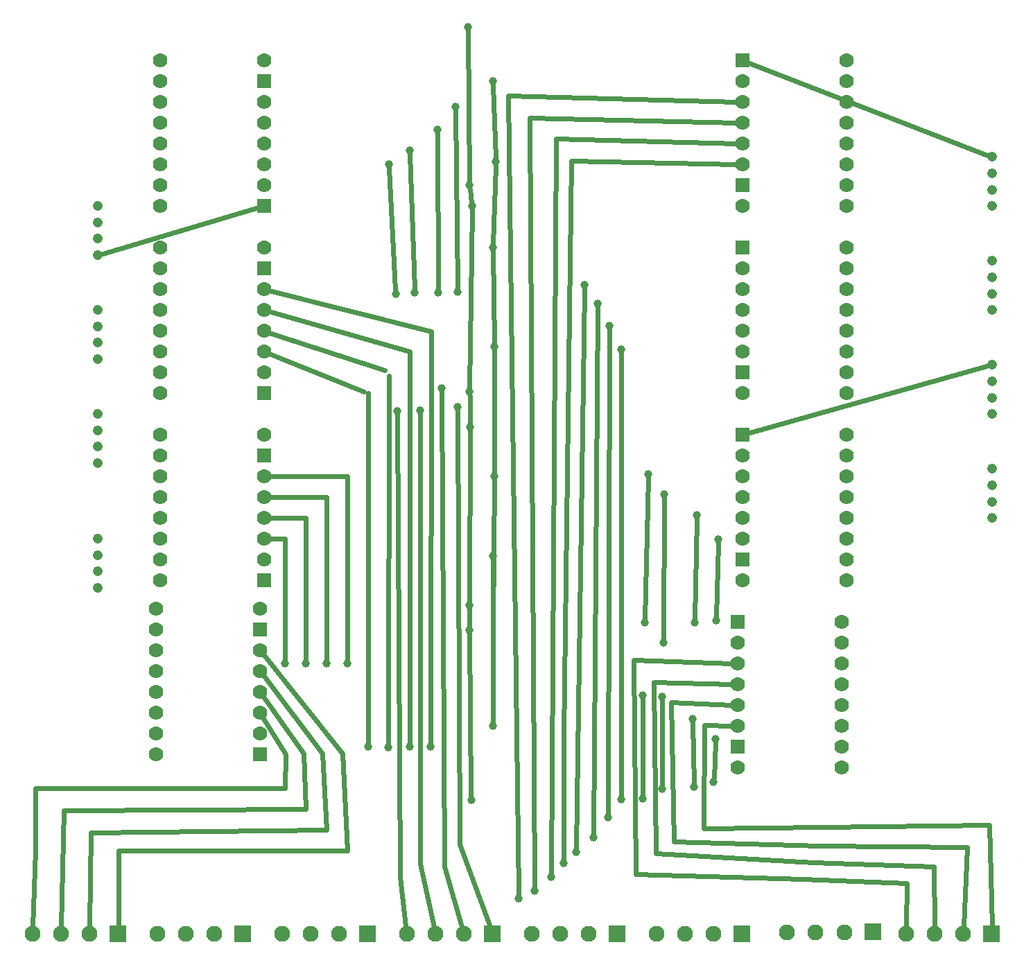
<source format=gtl>
G04 MADE WITH FRITZING*
G04 WWW.FRITZING.ORG*
G04 DOUBLE SIDED*
G04 HOLES PLATED*
G04 CONTOUR ON CENTER OF CONTOUR VECTOR*
%ASAXBY*%
%FSLAX23Y23*%
%MOIN*%
%OFA0B0*%
%SFA1.0B1.0*%
%ADD10C,0.047559*%
%ADD11C,0.076139*%
%ADD12C,0.070000*%
%ADD13C,0.039370*%
%ADD14R,0.070000X0.070000*%
%ADD15C,0.024000*%
%ADD16R,0.001000X0.001000*%
%LNCOPPER1*%
G90*
G70*
G54D10*
X453Y4094D03*
X453Y4015D03*
X453Y3936D03*
X453Y3857D03*
X453Y4094D03*
X453Y4015D03*
X453Y3936D03*
X453Y3857D03*
X453Y4094D03*
X453Y4015D03*
X453Y3936D03*
X453Y3857D03*
G54D11*
X2353Y594D03*
X2216Y594D03*
X2078Y594D03*
X1940Y594D03*
X2353Y594D03*
X2216Y594D03*
X2078Y594D03*
X1940Y594D03*
G54D12*
X753Y3894D03*
X1253Y3894D03*
X753Y3794D03*
X1253Y3794D03*
X753Y3694D03*
X1253Y3694D03*
X753Y3594D03*
X1253Y3594D03*
X753Y3494D03*
X1253Y3494D03*
X753Y3394D03*
X1253Y3394D03*
X753Y3294D03*
X1253Y3294D03*
X753Y3194D03*
X1253Y3194D03*
G54D10*
X453Y3594D03*
X453Y3515D03*
X453Y3436D03*
X453Y3357D03*
X453Y3594D03*
X453Y3515D03*
X453Y3436D03*
X453Y3357D03*
X453Y3594D03*
X453Y3515D03*
X453Y3436D03*
X453Y3357D03*
G54D11*
X1753Y594D03*
X1616Y594D03*
X1478Y594D03*
X1340Y594D03*
X1753Y594D03*
X1616Y594D03*
X1478Y594D03*
X1340Y594D03*
G54D12*
X4053Y3194D03*
X3553Y3194D03*
X4053Y3294D03*
X3553Y3294D03*
X4053Y3394D03*
X3553Y3394D03*
X4053Y3494D03*
X3553Y3494D03*
X4053Y3594D03*
X3553Y3594D03*
X4053Y3694D03*
X3553Y3694D03*
X4053Y3794D03*
X3553Y3794D03*
X4053Y3894D03*
X3553Y3894D03*
X4053Y4093D03*
X3553Y4093D03*
X4053Y4194D03*
X3553Y4194D03*
X4053Y4294D03*
X3553Y4294D03*
X4053Y4394D03*
X3553Y4394D03*
X4053Y4494D03*
X3553Y4494D03*
X4053Y4594D03*
X3553Y4594D03*
X4053Y4694D03*
X3553Y4694D03*
X4053Y4794D03*
X3553Y4794D03*
G54D10*
X4753Y4093D03*
X4753Y4172D03*
X4753Y4251D03*
X4753Y4330D03*
X4753Y4093D03*
X4753Y4172D03*
X4753Y4251D03*
X4753Y4330D03*
X4753Y4093D03*
X4753Y4172D03*
X4753Y4251D03*
X4753Y4330D03*
X4753Y3594D03*
X4753Y3672D03*
X4753Y3751D03*
X4753Y3830D03*
X4753Y3594D03*
X4753Y3672D03*
X4753Y3751D03*
X4753Y3830D03*
X4753Y3594D03*
X4753Y3672D03*
X4753Y3751D03*
X4753Y3830D03*
G54D11*
X2953Y594D03*
X2816Y594D03*
X2678Y594D03*
X2540Y594D03*
X2953Y594D03*
X2816Y594D03*
X2678Y594D03*
X2540Y594D03*
X3553Y594D03*
X3416Y594D03*
X3278Y594D03*
X3140Y594D03*
X3553Y594D03*
X3416Y594D03*
X3278Y594D03*
X3140Y594D03*
G54D12*
X735Y2156D03*
X1235Y2156D03*
X735Y2056D03*
X1235Y2056D03*
X735Y1956D03*
X1235Y1956D03*
X735Y1856D03*
X1235Y1856D03*
X735Y1756D03*
X1235Y1756D03*
X735Y1656D03*
X1235Y1656D03*
X735Y1556D03*
X1235Y1556D03*
X735Y1456D03*
X1235Y1456D03*
X4031Y1393D03*
X3531Y1393D03*
X4031Y1493D03*
X3531Y1493D03*
X4031Y1593D03*
X3531Y1593D03*
X4031Y1693D03*
X3531Y1693D03*
X4031Y1793D03*
X3531Y1793D03*
X4031Y1893D03*
X3531Y1893D03*
X4031Y1993D03*
X3531Y1993D03*
X4031Y2093D03*
X3531Y2093D03*
X4053Y2293D03*
X3553Y2293D03*
X4053Y2393D03*
X3553Y2393D03*
X4053Y2493D03*
X3553Y2493D03*
X4053Y2593D03*
X3553Y2593D03*
X4053Y2693D03*
X3553Y2693D03*
X4053Y2793D03*
X3553Y2793D03*
X4053Y2893D03*
X3553Y2893D03*
X4053Y2993D03*
X3553Y2993D03*
X753Y2993D03*
X1253Y2993D03*
X753Y2893D03*
X1253Y2893D03*
X753Y2793D03*
X1253Y2793D03*
X753Y2693D03*
X1253Y2693D03*
X753Y2593D03*
X1253Y2593D03*
X753Y2493D03*
X1253Y2493D03*
X753Y2393D03*
X1253Y2393D03*
X753Y2293D03*
X1253Y2293D03*
G54D10*
X453Y3094D03*
X453Y3015D03*
X453Y2936D03*
X453Y2857D03*
X453Y3094D03*
X453Y3015D03*
X453Y2936D03*
X453Y2857D03*
X453Y3094D03*
X453Y3015D03*
X453Y2936D03*
X453Y2857D03*
X453Y2493D03*
X453Y2415D03*
X453Y2336D03*
X453Y2257D03*
X453Y2493D03*
X453Y2415D03*
X453Y2336D03*
X453Y2257D03*
X453Y2493D03*
X453Y2415D03*
X453Y2336D03*
X453Y2257D03*
X4753Y3094D03*
X4753Y3172D03*
X4753Y3251D03*
X4753Y3330D03*
X4753Y3094D03*
X4753Y3172D03*
X4753Y3251D03*
X4753Y3330D03*
X4753Y3094D03*
X4753Y3172D03*
X4753Y3251D03*
X4753Y3330D03*
X4753Y2593D03*
X4753Y2672D03*
X4753Y2751D03*
X4753Y2830D03*
X4753Y2593D03*
X4753Y2672D03*
X4753Y2751D03*
X4753Y2830D03*
X4753Y2593D03*
X4753Y2672D03*
X4753Y2751D03*
X4753Y2830D03*
G54D11*
X4753Y594D03*
X4616Y594D03*
X4478Y594D03*
X4340Y594D03*
X4753Y594D03*
X4616Y594D03*
X4478Y594D03*
X4340Y594D03*
X1153Y594D03*
X1016Y594D03*
X878Y594D03*
X740Y594D03*
X1153Y594D03*
X1016Y594D03*
X878Y594D03*
X740Y594D03*
X553Y594D03*
X416Y594D03*
X278Y594D03*
X140Y594D03*
X553Y594D03*
X416Y594D03*
X278Y594D03*
X140Y594D03*
X4181Y601D03*
X4043Y601D03*
X3905Y601D03*
X3767Y601D03*
X4181Y601D03*
X4043Y601D03*
X3905Y601D03*
X3767Y601D03*
G54D12*
X753Y4793D03*
X1253Y4793D03*
X753Y4693D03*
X1253Y4693D03*
X753Y4593D03*
X1253Y4593D03*
X753Y4493D03*
X1253Y4493D03*
X753Y4393D03*
X1253Y4393D03*
X753Y4293D03*
X1253Y4293D03*
X753Y4193D03*
X1253Y4193D03*
X753Y4093D03*
X1253Y4093D03*
G54D13*
X1353Y1893D03*
X1453Y1893D03*
X1553Y1893D03*
X1653Y1893D03*
X2253Y4093D03*
X2353Y3893D03*
X2235Y4953D03*
X2353Y4693D03*
X2242Y4193D03*
X2368Y4308D03*
X2361Y3419D03*
X2242Y3201D03*
X2246Y3031D03*
X2361Y2793D03*
X2242Y2175D03*
X2353Y2412D03*
X2240Y2055D03*
X2353Y1593D03*
X2250Y1238D03*
X1753Y1493D03*
X1850Y1490D03*
X1953Y1493D03*
X2053Y1493D03*
X1853Y4293D03*
X1953Y4360D03*
X2087Y4460D03*
X2176Y4571D03*
X1887Y3671D03*
X1979Y3679D03*
X2090Y3679D03*
X2183Y3682D03*
X1894Y3108D03*
X2005Y3112D03*
X2109Y3219D03*
X2183Y3127D03*
X3101Y2805D03*
X3083Y2090D03*
X3179Y2708D03*
X3176Y1993D03*
X3324Y2090D03*
X3335Y2606D03*
X3437Y2491D03*
X3427Y2101D03*
X2972Y3405D03*
X2913Y3518D03*
X2857Y3625D03*
X2794Y3714D03*
X2970Y1242D03*
X3423Y1532D03*
X3416Y1324D03*
X3316Y1627D03*
X3322Y1300D03*
X2909Y1155D03*
X2837Y1056D03*
X2753Y988D03*
X2694Y934D03*
X2635Y868D03*
X2553Y801D03*
X2479Y764D03*
X3168Y1734D03*
X3168Y1290D03*
X3076Y1742D03*
X3076Y1245D03*
G54D14*
X1253Y3194D03*
X1253Y3794D03*
X3553Y3894D03*
X3553Y3294D03*
X3553Y4794D03*
X3553Y4194D03*
X1235Y1456D03*
X1235Y2056D03*
X3531Y2093D03*
X3531Y1493D03*
X3553Y2994D03*
X3553Y2393D03*
X1253Y2293D03*
X1253Y2893D03*
X1253Y4093D03*
X1253Y4693D03*
G54D15*
X4729Y3323D02*
X3578Y3001D01*
D02*
X4730Y4339D02*
X3578Y4784D01*
D02*
X477Y3864D02*
X1228Y4086D01*
D02*
X2367Y4327D02*
X2354Y4675D01*
D02*
X2354Y3912D02*
X2367Y4289D01*
D02*
X2242Y4212D02*
X2235Y4934D01*
D02*
X2251Y4112D02*
X2244Y4175D01*
D02*
X2360Y3438D02*
X2354Y3875D01*
D02*
X2242Y3220D02*
X2253Y4075D01*
D02*
X2246Y3050D02*
X2243Y3182D01*
D02*
X2361Y2812D02*
X2361Y3400D01*
D02*
X2242Y2194D02*
X2246Y3012D01*
D02*
X2353Y2393D02*
X2353Y2090D01*
D02*
X2353Y2090D02*
X2361Y2775D01*
D02*
X2241Y2074D02*
X2242Y2156D01*
D02*
X2353Y1612D02*
X2353Y2393D01*
D02*
X2241Y2036D02*
X2249Y1257D01*
D02*
X2053Y1512D02*
X2057Y3490D01*
D02*
X2057Y3490D02*
X1279Y3687D01*
D02*
X1835Y3303D02*
X1278Y3485D01*
D02*
X1736Y3201D02*
X1278Y3384D01*
D02*
X1753Y1512D02*
X1753Y3194D01*
D02*
X1850Y1509D02*
X1853Y3278D01*
D02*
X1953Y3394D02*
X1278Y3586D01*
D02*
X1953Y1512D02*
X1953Y3394D01*
D02*
X1353Y2493D02*
X1279Y2493D01*
D02*
X1353Y1912D02*
X1353Y2493D01*
D02*
X1453Y2593D02*
X1279Y2593D01*
D02*
X1453Y1912D02*
X1453Y2593D01*
D02*
X1553Y1912D02*
X1553Y2693D01*
D02*
X1553Y2693D02*
X1279Y2693D01*
D02*
X1653Y2793D02*
X1279Y2793D01*
D02*
X1653Y1912D02*
X1653Y2793D01*
D02*
X1359Y1456D02*
X1249Y1634D01*
D02*
X141Y630D02*
X153Y993D01*
D02*
X1353Y1293D02*
X1359Y1456D01*
D02*
X153Y993D02*
X153Y1293D01*
D02*
X153Y1293D02*
X1353Y1293D01*
D02*
X1631Y1460D02*
X1251Y1936D01*
D02*
X553Y993D02*
X1653Y993D01*
D02*
X553Y630D02*
X553Y993D01*
D02*
X1653Y993D02*
X1631Y1460D01*
D02*
X420Y1082D02*
X1553Y1093D01*
D02*
X416Y630D02*
X420Y1082D01*
D02*
X1553Y1093D02*
X1533Y1462D01*
D02*
X1533Y1462D02*
X1251Y1836D01*
D02*
X290Y1186D02*
X1453Y1193D01*
D02*
X1444Y1460D02*
X1250Y1735D01*
D02*
X279Y630D02*
X290Y1186D01*
D02*
X1453Y1193D02*
X1444Y1460D01*
D02*
X1886Y3690D02*
X1854Y4275D01*
D02*
X1979Y3698D02*
X1954Y4341D01*
D02*
X2090Y3698D02*
X2087Y4441D01*
D02*
X2183Y3701D02*
X2176Y4552D01*
D02*
X1909Y868D02*
X1894Y3089D01*
D02*
X2003Y932D02*
X2005Y3093D01*
D02*
X2120Y916D02*
X2109Y3200D01*
D02*
X2194Y1023D02*
X2183Y3108D01*
D02*
X2341Y628D02*
X2194Y1023D01*
D02*
X2205Y629D02*
X2120Y916D01*
D02*
X2070Y629D02*
X2003Y932D01*
D02*
X1936Y630D02*
X1909Y868D01*
D02*
X3040Y882D02*
X3031Y1910D01*
D02*
X4346Y838D02*
X3846Y856D01*
D02*
X3031Y1910D02*
X3505Y1894D01*
D02*
X3846Y856D02*
X3040Y882D01*
D02*
X4341Y630D02*
X4346Y838D01*
D02*
X3138Y980D02*
X3127Y1805D01*
D02*
X3894Y938D02*
X3138Y980D01*
D02*
X3127Y1805D02*
X3505Y1794D01*
D02*
X4476Y916D02*
X3894Y938D01*
D02*
X4478Y630D02*
X4476Y916D01*
D02*
X3224Y1036D02*
X3211Y1707D01*
D02*
X4635Y1012D02*
X3924Y1019D01*
D02*
X3924Y1019D02*
X3224Y1036D01*
D02*
X3211Y1707D02*
X3505Y1695D01*
D02*
X4617Y630D02*
X4635Y1012D01*
D02*
X3368Y1101D02*
X3371Y1596D01*
D02*
X3939Y1108D02*
X3368Y1101D01*
D02*
X4742Y1119D02*
X3939Y1108D01*
D02*
X3371Y1596D02*
X3505Y1594D01*
D02*
X4753Y630D02*
X4742Y1119D01*
D02*
X3083Y2109D02*
X3101Y2786D01*
D02*
X3176Y2012D02*
X3179Y2689D01*
D02*
X3324Y2109D02*
X3334Y2587D01*
D02*
X3428Y2120D02*
X3437Y2472D01*
D02*
X2970Y1261D02*
X2972Y3386D01*
D02*
X3417Y1343D02*
X3423Y1513D01*
D02*
X3322Y1319D02*
X3316Y1608D01*
D02*
X2909Y1174D02*
X2913Y3499D01*
D02*
X2837Y1075D02*
X2857Y3606D01*
D02*
X2754Y1007D02*
X2794Y3695D01*
D02*
X2479Y783D02*
X2427Y4623D01*
D02*
X2427Y4623D02*
X3527Y4594D01*
D02*
X2553Y820D02*
X2531Y4519D01*
D02*
X2531Y4519D02*
X3527Y4494D01*
D02*
X2635Y887D02*
X2657Y4416D01*
D02*
X2657Y4416D02*
X3527Y4394D01*
D02*
X2694Y953D02*
X2694Y1549D01*
D02*
X2694Y1549D02*
X2724Y3838D01*
D02*
X2724Y3838D02*
X2731Y4312D01*
D02*
X2731Y4312D02*
X3527Y4294D01*
D02*
X3168Y1309D02*
X3168Y1715D01*
D02*
X3076Y1264D02*
X3076Y1723D01*
G54D16*
X4141Y642D02*
X4220Y642D01*
X4141Y641D02*
X4220Y641D01*
X4141Y640D02*
X4220Y640D01*
X4141Y639D02*
X4220Y639D01*
X4141Y638D02*
X4220Y638D01*
X4141Y637D02*
X4220Y637D01*
X4141Y636D02*
X4220Y636D01*
X4141Y635D02*
X4220Y635D01*
X513Y634D02*
X592Y634D01*
X1113Y634D02*
X1192Y634D01*
X1713Y634D02*
X1792Y634D01*
X2313Y634D02*
X2392Y634D01*
X2913Y634D02*
X2992Y634D01*
X3513Y634D02*
X3592Y634D01*
X4141Y634D02*
X4220Y634D01*
X4713Y634D02*
X4792Y634D01*
X513Y633D02*
X592Y633D01*
X1113Y633D02*
X1192Y633D01*
X1713Y633D02*
X1792Y633D01*
X2313Y633D02*
X2392Y633D01*
X2913Y633D02*
X2992Y633D01*
X3513Y633D02*
X3592Y633D01*
X4141Y633D02*
X4220Y633D01*
X4713Y633D02*
X4792Y633D01*
X513Y632D02*
X592Y632D01*
X1113Y632D02*
X1192Y632D01*
X1713Y632D02*
X1792Y632D01*
X2313Y632D02*
X2392Y632D01*
X2913Y632D02*
X2992Y632D01*
X3513Y632D02*
X3592Y632D01*
X4141Y632D02*
X4220Y632D01*
X4713Y632D02*
X4792Y632D01*
X513Y631D02*
X592Y631D01*
X1113Y631D02*
X1192Y631D01*
X1713Y631D02*
X1792Y631D01*
X2313Y631D02*
X2392Y631D01*
X2913Y631D02*
X2992Y631D01*
X3513Y631D02*
X3592Y631D01*
X4141Y631D02*
X4220Y631D01*
X4713Y631D02*
X4792Y631D01*
X513Y630D02*
X592Y630D01*
X1113Y630D02*
X1192Y630D01*
X1713Y630D02*
X1792Y630D01*
X2313Y630D02*
X2392Y630D01*
X2913Y630D02*
X2992Y630D01*
X3513Y630D02*
X3592Y630D01*
X4141Y630D02*
X4220Y630D01*
X4713Y630D02*
X4792Y630D01*
X513Y629D02*
X592Y629D01*
X1113Y629D02*
X1192Y629D01*
X1713Y629D02*
X1792Y629D01*
X2313Y629D02*
X2392Y629D01*
X2913Y629D02*
X2992Y629D01*
X3513Y629D02*
X3592Y629D01*
X4141Y629D02*
X4220Y629D01*
X4713Y629D02*
X4792Y629D01*
X513Y628D02*
X592Y628D01*
X1113Y628D02*
X1192Y628D01*
X1713Y628D02*
X1792Y628D01*
X2313Y628D02*
X2392Y628D01*
X2913Y628D02*
X2992Y628D01*
X3513Y628D02*
X3592Y628D01*
X4141Y628D02*
X4220Y628D01*
X4713Y628D02*
X4792Y628D01*
X513Y627D02*
X592Y627D01*
X1113Y627D02*
X1192Y627D01*
X1713Y627D02*
X1792Y627D01*
X2313Y627D02*
X2392Y627D01*
X2913Y627D02*
X2992Y627D01*
X3513Y627D02*
X3592Y627D01*
X4141Y627D02*
X4220Y627D01*
X4713Y627D02*
X4792Y627D01*
X513Y626D02*
X592Y626D01*
X1113Y626D02*
X1192Y626D01*
X1713Y626D02*
X1792Y626D01*
X2313Y626D02*
X2392Y626D01*
X2913Y626D02*
X2992Y626D01*
X3513Y626D02*
X3592Y626D01*
X4141Y626D02*
X4175Y626D01*
X4185Y626D02*
X4220Y626D01*
X4713Y626D02*
X4792Y626D01*
X513Y625D02*
X592Y625D01*
X1113Y625D02*
X1192Y625D01*
X1713Y625D02*
X1792Y625D01*
X2313Y625D02*
X2392Y625D01*
X2913Y625D02*
X2992Y625D01*
X3513Y625D02*
X3592Y625D01*
X4141Y625D02*
X4172Y625D01*
X4188Y625D02*
X4220Y625D01*
X4713Y625D02*
X4792Y625D01*
X513Y624D02*
X592Y624D01*
X1113Y624D02*
X1192Y624D01*
X1713Y624D02*
X1792Y624D01*
X2313Y624D02*
X2392Y624D01*
X2913Y624D02*
X2992Y624D01*
X3513Y624D02*
X3592Y624D01*
X4141Y624D02*
X4169Y624D01*
X4191Y624D02*
X4220Y624D01*
X4713Y624D02*
X4792Y624D01*
X513Y623D02*
X592Y623D01*
X1113Y623D02*
X1192Y623D01*
X1713Y623D02*
X1792Y623D01*
X2313Y623D02*
X2392Y623D01*
X2913Y623D02*
X2992Y623D01*
X3513Y623D02*
X3592Y623D01*
X4141Y623D02*
X4168Y623D01*
X4193Y623D02*
X4220Y623D01*
X4713Y623D02*
X4792Y623D01*
X513Y622D02*
X592Y622D01*
X1113Y622D02*
X1192Y622D01*
X1713Y622D02*
X1792Y622D01*
X2313Y622D02*
X2392Y622D01*
X2913Y622D02*
X2992Y622D01*
X3513Y622D02*
X3592Y622D01*
X4141Y622D02*
X4166Y622D01*
X4194Y622D02*
X4220Y622D01*
X4713Y622D02*
X4792Y622D01*
X513Y621D02*
X592Y621D01*
X1113Y621D02*
X1192Y621D01*
X1713Y621D02*
X1792Y621D01*
X2313Y621D02*
X2392Y621D01*
X2913Y621D02*
X2992Y621D01*
X3513Y621D02*
X3592Y621D01*
X4141Y621D02*
X4165Y621D01*
X4196Y621D02*
X4220Y621D01*
X4713Y621D02*
X4792Y621D01*
X513Y620D02*
X592Y620D01*
X1113Y620D02*
X1192Y620D01*
X1713Y620D02*
X1792Y620D01*
X2313Y620D02*
X2392Y620D01*
X2913Y620D02*
X2992Y620D01*
X3513Y620D02*
X3592Y620D01*
X4141Y620D02*
X4164Y620D01*
X4197Y620D02*
X4220Y620D01*
X4713Y620D02*
X4792Y620D01*
X513Y619D02*
X592Y619D01*
X1113Y619D02*
X1192Y619D01*
X1713Y619D02*
X1792Y619D01*
X2313Y619D02*
X2392Y619D01*
X2913Y619D02*
X2992Y619D01*
X3513Y619D02*
X3592Y619D01*
X4141Y619D02*
X4163Y619D01*
X4198Y619D02*
X4220Y619D01*
X4713Y619D02*
X4792Y619D01*
X513Y618D02*
X547Y618D01*
X558Y618D02*
X592Y618D01*
X1113Y618D02*
X1147Y618D01*
X1158Y618D02*
X1192Y618D01*
X1713Y618D02*
X1747Y618D01*
X1758Y618D02*
X1792Y618D01*
X2313Y618D02*
X2347Y618D01*
X2358Y618D02*
X2392Y618D01*
X2913Y618D02*
X2947Y618D01*
X2958Y618D02*
X2992Y618D01*
X3513Y618D02*
X3547Y618D01*
X3558Y618D02*
X3592Y618D01*
X4141Y618D02*
X4162Y618D01*
X4199Y618D02*
X4220Y618D01*
X4713Y618D02*
X4747Y618D01*
X4758Y618D02*
X4792Y618D01*
X513Y617D02*
X544Y617D01*
X562Y617D02*
X592Y617D01*
X1113Y617D02*
X1144Y617D01*
X1162Y617D02*
X1192Y617D01*
X1713Y617D02*
X1744Y617D01*
X1761Y617D02*
X1792Y617D01*
X2313Y617D02*
X2344Y617D01*
X2361Y617D02*
X2392Y617D01*
X2913Y617D02*
X2944Y617D01*
X2961Y617D02*
X2992Y617D01*
X3513Y617D02*
X3544Y617D01*
X3561Y617D02*
X3592Y617D01*
X4141Y617D02*
X4161Y617D01*
X4199Y617D02*
X4220Y617D01*
X4713Y617D02*
X4744Y617D01*
X4761Y617D02*
X4792Y617D01*
X513Y616D02*
X542Y616D01*
X564Y616D02*
X592Y616D01*
X1113Y616D02*
X1142Y616D01*
X1164Y616D02*
X1192Y616D01*
X1713Y616D02*
X1742Y616D01*
X1764Y616D02*
X1792Y616D01*
X2313Y616D02*
X2342Y616D01*
X2364Y616D02*
X2392Y616D01*
X2913Y616D02*
X2942Y616D01*
X2964Y616D02*
X2992Y616D01*
X3513Y616D02*
X3542Y616D01*
X3564Y616D02*
X3592Y616D01*
X4141Y616D02*
X4160Y616D01*
X4200Y616D02*
X4220Y616D01*
X4713Y616D02*
X4742Y616D01*
X4764Y616D02*
X4792Y616D01*
X513Y615D02*
X540Y615D01*
X566Y615D02*
X592Y615D01*
X1113Y615D02*
X1140Y615D01*
X1166Y615D02*
X1192Y615D01*
X1713Y615D02*
X1740Y615D01*
X1766Y615D02*
X1792Y615D01*
X2313Y615D02*
X2340Y615D01*
X2366Y615D02*
X2392Y615D01*
X2913Y615D02*
X2940Y615D01*
X2966Y615D02*
X2992Y615D01*
X3513Y615D02*
X3540Y615D01*
X3566Y615D02*
X3592Y615D01*
X4141Y615D02*
X4160Y615D01*
X4201Y615D02*
X4220Y615D01*
X4713Y615D02*
X4740Y615D01*
X4766Y615D02*
X4792Y615D01*
X513Y614D02*
X539Y614D01*
X567Y614D02*
X592Y614D01*
X1113Y614D02*
X1138Y614D01*
X1167Y614D02*
X1192Y614D01*
X1713Y614D02*
X1738Y614D01*
X1767Y614D02*
X1792Y614D01*
X2313Y614D02*
X2338Y614D01*
X2367Y614D02*
X2392Y614D01*
X2913Y614D02*
X2938Y614D01*
X2967Y614D02*
X2992Y614D01*
X3513Y614D02*
X3538Y614D01*
X3567Y614D02*
X3592Y614D01*
X4141Y614D02*
X4159Y614D01*
X4201Y614D02*
X4220Y614D01*
X4713Y614D02*
X4738Y614D01*
X4767Y614D02*
X4792Y614D01*
X513Y613D02*
X537Y613D01*
X568Y613D02*
X592Y613D01*
X1113Y613D02*
X1137Y613D01*
X1168Y613D02*
X1192Y613D01*
X1713Y613D02*
X1737Y613D01*
X1768Y613D02*
X1792Y613D01*
X2313Y613D02*
X2337Y613D01*
X2368Y613D02*
X2392Y613D01*
X2913Y613D02*
X2937Y613D01*
X2968Y613D02*
X2992Y613D01*
X3513Y613D02*
X3537Y613D01*
X3568Y613D02*
X3592Y613D01*
X4141Y613D02*
X4158Y613D01*
X4202Y613D02*
X4220Y613D01*
X4713Y613D02*
X4737Y613D01*
X4768Y613D02*
X4792Y613D01*
X513Y612D02*
X536Y612D01*
X570Y612D02*
X592Y612D01*
X1113Y612D02*
X1136Y612D01*
X1170Y612D02*
X1192Y612D01*
X1713Y612D02*
X1736Y612D01*
X1770Y612D02*
X1792Y612D01*
X2313Y612D02*
X2336Y612D01*
X2370Y612D02*
X2392Y612D01*
X2913Y612D02*
X2936Y612D01*
X2970Y612D02*
X2992Y612D01*
X3513Y612D02*
X3536Y612D01*
X3570Y612D02*
X3592Y612D01*
X4141Y612D02*
X4158Y612D01*
X4202Y612D02*
X4220Y612D01*
X4713Y612D02*
X4736Y612D01*
X4769Y612D02*
X4792Y612D01*
X513Y611D02*
X535Y611D01*
X571Y611D02*
X592Y611D01*
X1113Y611D02*
X1135Y611D01*
X1171Y611D02*
X1192Y611D01*
X1713Y611D02*
X1735Y611D01*
X1771Y611D02*
X1792Y611D01*
X2313Y611D02*
X2335Y611D01*
X2371Y611D02*
X2392Y611D01*
X2913Y611D02*
X2935Y611D01*
X2970Y611D02*
X2992Y611D01*
X3513Y611D02*
X3535Y611D01*
X3570Y611D02*
X3592Y611D01*
X4141Y611D02*
X4158Y611D01*
X4203Y611D02*
X4220Y611D01*
X4713Y611D02*
X4735Y611D01*
X4770Y611D02*
X4792Y611D01*
X513Y610D02*
X534Y610D01*
X571Y610D02*
X592Y610D01*
X1113Y610D02*
X1134Y610D01*
X1171Y610D02*
X1192Y610D01*
X1713Y610D02*
X1734Y610D01*
X1771Y610D02*
X1792Y610D01*
X2313Y610D02*
X2334Y610D01*
X2371Y610D02*
X2392Y610D01*
X2913Y610D02*
X2934Y610D01*
X2971Y610D02*
X2992Y610D01*
X3513Y610D02*
X3534Y610D01*
X3571Y610D02*
X3592Y610D01*
X4141Y610D02*
X4157Y610D01*
X4203Y610D02*
X4220Y610D01*
X4713Y610D02*
X4734Y610D01*
X4771Y610D02*
X4792Y610D01*
X513Y609D02*
X533Y609D01*
X572Y609D02*
X592Y609D01*
X1113Y609D02*
X1133Y609D01*
X1172Y609D02*
X1192Y609D01*
X1713Y609D02*
X1733Y609D01*
X1772Y609D02*
X1792Y609D01*
X2313Y609D02*
X2333Y609D01*
X2372Y609D02*
X2392Y609D01*
X2913Y609D02*
X2933Y609D01*
X2972Y609D02*
X2992Y609D01*
X3513Y609D02*
X3533Y609D01*
X3572Y609D02*
X3592Y609D01*
X4141Y609D02*
X4157Y609D01*
X4203Y609D02*
X4220Y609D01*
X4713Y609D02*
X4733Y609D01*
X4772Y609D02*
X4792Y609D01*
X513Y608D02*
X533Y608D01*
X573Y608D02*
X592Y608D01*
X1113Y608D02*
X1133Y608D01*
X1173Y608D02*
X1192Y608D01*
X1713Y608D02*
X1733Y608D01*
X1773Y608D02*
X1792Y608D01*
X2313Y608D02*
X2333Y608D01*
X2373Y608D02*
X2392Y608D01*
X2913Y608D02*
X2933Y608D01*
X2973Y608D02*
X2992Y608D01*
X3513Y608D02*
X3533Y608D01*
X3573Y608D02*
X3592Y608D01*
X4141Y608D02*
X4157Y608D01*
X4204Y608D02*
X4220Y608D01*
X4713Y608D02*
X4733Y608D01*
X4773Y608D02*
X4792Y608D01*
X513Y607D02*
X532Y607D01*
X574Y607D02*
X592Y607D01*
X1113Y607D02*
X1132Y607D01*
X1174Y607D02*
X1192Y607D01*
X1713Y607D02*
X1732Y607D01*
X1774Y607D02*
X1792Y607D01*
X2313Y607D02*
X2332Y607D01*
X2373Y607D02*
X2392Y607D01*
X2913Y607D02*
X2932Y607D01*
X2973Y607D02*
X2992Y607D01*
X3513Y607D02*
X3532Y607D01*
X3573Y607D02*
X3592Y607D01*
X4141Y607D02*
X4156Y607D01*
X4204Y607D02*
X4220Y607D01*
X4713Y607D02*
X4732Y607D01*
X4773Y607D02*
X4792Y607D01*
X513Y606D02*
X532Y606D01*
X574Y606D02*
X592Y606D01*
X1113Y606D02*
X1132Y606D01*
X1174Y606D02*
X1192Y606D01*
X1713Y606D02*
X1732Y606D01*
X1774Y606D02*
X1792Y606D01*
X2313Y606D02*
X2332Y606D01*
X2374Y606D02*
X2392Y606D01*
X2913Y606D02*
X2932Y606D01*
X2974Y606D02*
X2992Y606D01*
X3513Y606D02*
X3532Y606D01*
X3574Y606D02*
X3592Y606D01*
X4141Y606D02*
X4156Y606D01*
X4204Y606D02*
X4220Y606D01*
X4713Y606D02*
X4732Y606D01*
X4774Y606D02*
X4792Y606D01*
X513Y605D02*
X531Y605D01*
X575Y605D02*
X592Y605D01*
X1113Y605D02*
X1131Y605D01*
X1175Y605D02*
X1192Y605D01*
X1713Y605D02*
X1731Y605D01*
X1775Y605D02*
X1792Y605D01*
X2313Y605D02*
X2331Y605D01*
X2375Y605D02*
X2392Y605D01*
X2913Y605D02*
X2931Y605D01*
X2975Y605D02*
X2992Y605D01*
X3513Y605D02*
X3531Y605D01*
X3575Y605D02*
X3592Y605D01*
X4141Y605D02*
X4156Y605D01*
X4204Y605D02*
X4220Y605D01*
X4713Y605D02*
X4731Y605D01*
X4775Y605D02*
X4792Y605D01*
X513Y604D02*
X531Y604D01*
X575Y604D02*
X592Y604D01*
X1113Y604D02*
X1131Y604D01*
X1175Y604D02*
X1192Y604D01*
X1713Y604D02*
X1731Y604D01*
X1775Y604D02*
X1792Y604D01*
X2313Y604D02*
X2331Y604D01*
X2375Y604D02*
X2392Y604D01*
X2913Y604D02*
X2931Y604D01*
X2975Y604D02*
X2992Y604D01*
X3513Y604D02*
X3530Y604D01*
X3575Y604D02*
X3592Y604D01*
X4141Y604D02*
X4156Y604D01*
X4204Y604D02*
X4220Y604D01*
X4713Y604D02*
X4730Y604D01*
X4775Y604D02*
X4792Y604D01*
X513Y603D02*
X530Y603D01*
X575Y603D02*
X592Y603D01*
X1113Y603D02*
X1130Y603D01*
X1175Y603D02*
X1192Y603D01*
X1713Y603D02*
X1730Y603D01*
X1775Y603D02*
X1792Y603D01*
X2313Y603D02*
X2330Y603D01*
X2375Y603D02*
X2392Y603D01*
X2913Y603D02*
X2930Y603D01*
X2975Y603D02*
X2992Y603D01*
X3513Y603D02*
X3530Y603D01*
X3575Y603D02*
X3592Y603D01*
X4141Y603D02*
X4156Y603D01*
X4204Y603D02*
X4220Y603D01*
X4713Y603D02*
X4730Y603D01*
X4775Y603D02*
X4792Y603D01*
X513Y602D02*
X530Y602D01*
X576Y602D02*
X592Y602D01*
X1113Y602D02*
X1130Y602D01*
X1176Y602D02*
X1192Y602D01*
X1713Y602D02*
X1730Y602D01*
X1776Y602D02*
X1792Y602D01*
X2313Y602D02*
X2330Y602D01*
X2376Y602D02*
X2392Y602D01*
X2913Y602D02*
X2930Y602D01*
X2976Y602D02*
X2992Y602D01*
X3513Y602D02*
X3530Y602D01*
X3576Y602D02*
X3592Y602D01*
X4141Y602D02*
X4156Y602D01*
X4204Y602D02*
X4220Y602D01*
X4713Y602D02*
X4730Y602D01*
X4776Y602D02*
X4792Y602D01*
X513Y601D02*
X530Y601D01*
X576Y601D02*
X592Y601D01*
X1113Y601D02*
X1130Y601D01*
X1176Y601D02*
X1192Y601D01*
X1713Y601D02*
X1730Y601D01*
X1776Y601D02*
X1792Y601D01*
X2313Y601D02*
X2330Y601D01*
X2376Y601D02*
X2392Y601D01*
X2913Y601D02*
X2930Y601D01*
X2976Y601D02*
X2992Y601D01*
X3513Y601D02*
X3530Y601D01*
X3576Y601D02*
X3592Y601D01*
X4141Y601D02*
X4156Y601D01*
X4204Y601D02*
X4220Y601D01*
X4713Y601D02*
X4730Y601D01*
X4776Y601D02*
X4792Y601D01*
X513Y600D02*
X529Y600D01*
X576Y600D02*
X592Y600D01*
X1113Y600D02*
X1129Y600D01*
X1176Y600D02*
X1192Y600D01*
X1713Y600D02*
X1729Y600D01*
X1776Y600D02*
X1792Y600D01*
X2313Y600D02*
X2329Y600D01*
X2376Y600D02*
X2392Y600D01*
X2913Y600D02*
X2929Y600D01*
X2976Y600D02*
X2992Y600D01*
X3513Y600D02*
X3529Y600D01*
X3576Y600D02*
X3592Y600D01*
X4141Y600D02*
X4156Y600D01*
X4204Y600D02*
X4220Y600D01*
X4713Y600D02*
X4729Y600D01*
X4776Y600D02*
X4792Y600D01*
X513Y599D02*
X529Y599D01*
X577Y599D02*
X592Y599D01*
X1113Y599D02*
X1129Y599D01*
X1177Y599D02*
X1192Y599D01*
X1713Y599D02*
X1729Y599D01*
X1777Y599D02*
X1792Y599D01*
X2313Y599D02*
X2329Y599D01*
X2377Y599D02*
X2392Y599D01*
X2913Y599D02*
X2929Y599D01*
X2977Y599D02*
X2992Y599D01*
X3513Y599D02*
X3529Y599D01*
X3577Y599D02*
X3592Y599D01*
X4141Y599D02*
X4156Y599D01*
X4204Y599D02*
X4220Y599D01*
X4713Y599D02*
X4729Y599D01*
X4777Y599D02*
X4792Y599D01*
X513Y598D02*
X529Y598D01*
X577Y598D02*
X592Y598D01*
X1113Y598D02*
X1129Y598D01*
X1177Y598D02*
X1192Y598D01*
X1713Y598D02*
X1729Y598D01*
X1777Y598D02*
X1792Y598D01*
X2313Y598D02*
X2329Y598D01*
X2377Y598D02*
X2392Y598D01*
X2913Y598D02*
X2929Y598D01*
X2977Y598D02*
X2992Y598D01*
X3513Y598D02*
X3529Y598D01*
X3577Y598D02*
X3592Y598D01*
X4141Y598D02*
X4157Y598D01*
X4204Y598D02*
X4220Y598D01*
X4713Y598D02*
X4729Y598D01*
X4777Y598D02*
X4792Y598D01*
X513Y597D02*
X529Y597D01*
X577Y597D02*
X592Y597D01*
X1113Y597D02*
X1129Y597D01*
X1177Y597D02*
X1192Y597D01*
X1713Y597D02*
X1729Y597D01*
X1777Y597D02*
X1792Y597D01*
X2313Y597D02*
X2329Y597D01*
X2377Y597D02*
X2392Y597D01*
X2913Y597D02*
X2929Y597D01*
X2977Y597D02*
X2992Y597D01*
X3513Y597D02*
X3529Y597D01*
X3577Y597D02*
X3592Y597D01*
X4141Y597D02*
X4157Y597D01*
X4203Y597D02*
X4220Y597D01*
X4713Y597D02*
X4729Y597D01*
X4777Y597D02*
X4792Y597D01*
X513Y596D02*
X529Y596D01*
X577Y596D02*
X592Y596D01*
X1113Y596D02*
X1129Y596D01*
X1177Y596D02*
X1192Y596D01*
X1713Y596D02*
X1729Y596D01*
X1777Y596D02*
X1792Y596D01*
X2313Y596D02*
X2329Y596D01*
X2377Y596D02*
X2392Y596D01*
X2913Y596D02*
X2929Y596D01*
X2977Y596D02*
X2992Y596D01*
X3513Y596D02*
X3529Y596D01*
X3577Y596D02*
X3592Y596D01*
X4141Y596D02*
X4157Y596D01*
X4203Y596D02*
X4220Y596D01*
X4713Y596D02*
X4729Y596D01*
X4777Y596D02*
X4792Y596D01*
X513Y595D02*
X529Y595D01*
X577Y595D02*
X592Y595D01*
X1113Y595D02*
X1129Y595D01*
X1177Y595D02*
X1192Y595D01*
X1713Y595D02*
X1729Y595D01*
X1777Y595D02*
X1792Y595D01*
X2313Y595D02*
X2329Y595D01*
X2377Y595D02*
X2392Y595D01*
X2913Y595D02*
X2929Y595D01*
X2977Y595D02*
X2992Y595D01*
X3513Y595D02*
X3529Y595D01*
X3577Y595D02*
X3592Y595D01*
X4141Y595D02*
X4157Y595D01*
X4203Y595D02*
X4220Y595D01*
X4713Y595D02*
X4729Y595D01*
X4777Y595D02*
X4792Y595D01*
X513Y594D02*
X529Y594D01*
X577Y594D02*
X592Y594D01*
X1113Y594D02*
X1129Y594D01*
X1177Y594D02*
X1192Y594D01*
X1713Y594D02*
X1729Y594D01*
X1777Y594D02*
X1792Y594D01*
X2313Y594D02*
X2329Y594D01*
X2377Y594D02*
X2392Y594D01*
X2913Y594D02*
X2929Y594D01*
X2977Y594D02*
X2992Y594D01*
X3513Y594D02*
X3529Y594D01*
X3577Y594D02*
X3592Y594D01*
X4141Y594D02*
X4158Y594D01*
X4203Y594D02*
X4220Y594D01*
X4713Y594D02*
X4729Y594D01*
X4777Y594D02*
X4792Y594D01*
X513Y593D02*
X529Y593D01*
X577Y593D02*
X592Y593D01*
X1113Y593D02*
X1129Y593D01*
X1177Y593D02*
X1192Y593D01*
X1713Y593D02*
X1729Y593D01*
X1777Y593D02*
X1792Y593D01*
X2313Y593D02*
X2329Y593D01*
X2377Y593D02*
X2392Y593D01*
X2913Y593D02*
X2929Y593D01*
X2977Y593D02*
X2992Y593D01*
X3513Y593D02*
X3529Y593D01*
X3577Y593D02*
X3592Y593D01*
X4141Y593D02*
X4158Y593D01*
X4202Y593D02*
X4220Y593D01*
X4713Y593D02*
X4729Y593D01*
X4777Y593D02*
X4792Y593D01*
X513Y592D02*
X529Y592D01*
X577Y592D02*
X592Y592D01*
X1113Y592D02*
X1129Y592D01*
X1177Y592D02*
X1192Y592D01*
X1713Y592D02*
X1729Y592D01*
X1777Y592D02*
X1792Y592D01*
X2313Y592D02*
X2329Y592D01*
X2377Y592D02*
X2392Y592D01*
X2913Y592D02*
X2929Y592D01*
X2977Y592D02*
X2992Y592D01*
X3513Y592D02*
X3529Y592D01*
X3577Y592D02*
X3592Y592D01*
X4141Y592D02*
X4159Y592D01*
X4202Y592D02*
X4220Y592D01*
X4713Y592D02*
X4729Y592D01*
X4777Y592D02*
X4792Y592D01*
X513Y591D02*
X529Y591D01*
X577Y591D02*
X592Y591D01*
X1113Y591D02*
X1129Y591D01*
X1177Y591D02*
X1192Y591D01*
X1713Y591D02*
X1729Y591D01*
X1777Y591D02*
X1792Y591D01*
X2313Y591D02*
X2329Y591D01*
X2377Y591D02*
X2392Y591D01*
X2913Y591D02*
X2929Y591D01*
X2977Y591D02*
X2992Y591D01*
X3513Y591D02*
X3529Y591D01*
X3577Y591D02*
X3592Y591D01*
X4141Y591D02*
X4159Y591D01*
X4201Y591D02*
X4220Y591D01*
X4713Y591D02*
X4729Y591D01*
X4777Y591D02*
X4792Y591D01*
X513Y590D02*
X529Y590D01*
X576Y590D02*
X592Y590D01*
X1113Y590D02*
X1129Y590D01*
X1176Y590D02*
X1192Y590D01*
X1713Y590D02*
X1729Y590D01*
X1776Y590D02*
X1792Y590D01*
X2313Y590D02*
X2329Y590D01*
X2376Y590D02*
X2392Y590D01*
X2913Y590D02*
X2929Y590D01*
X2976Y590D02*
X2992Y590D01*
X3513Y590D02*
X3529Y590D01*
X3576Y590D02*
X3592Y590D01*
X4141Y590D02*
X4160Y590D01*
X4200Y590D02*
X4220Y590D01*
X4713Y590D02*
X4729Y590D01*
X4776Y590D02*
X4792Y590D01*
X513Y589D02*
X530Y589D01*
X576Y589D02*
X592Y589D01*
X1113Y589D02*
X1130Y589D01*
X1176Y589D02*
X1192Y589D01*
X1713Y589D02*
X1730Y589D01*
X1776Y589D02*
X1792Y589D01*
X2313Y589D02*
X2330Y589D01*
X2376Y589D02*
X2392Y589D01*
X2913Y589D02*
X2930Y589D01*
X2976Y589D02*
X2992Y589D01*
X3513Y589D02*
X3530Y589D01*
X3576Y589D02*
X3592Y589D01*
X4141Y589D02*
X4161Y589D01*
X4200Y589D02*
X4220Y589D01*
X4713Y589D02*
X4729Y589D01*
X4776Y589D02*
X4792Y589D01*
X513Y588D02*
X530Y588D01*
X576Y588D02*
X592Y588D01*
X1113Y588D02*
X1130Y588D01*
X1176Y588D02*
X1192Y588D01*
X1713Y588D02*
X1730Y588D01*
X1776Y588D02*
X1792Y588D01*
X2313Y588D02*
X2330Y588D01*
X2376Y588D02*
X2392Y588D01*
X2913Y588D02*
X2930Y588D01*
X2976Y588D02*
X2992Y588D01*
X3513Y588D02*
X3530Y588D01*
X3576Y588D02*
X3592Y588D01*
X4141Y588D02*
X4161Y588D01*
X4199Y588D02*
X4220Y588D01*
X4713Y588D02*
X4730Y588D01*
X4776Y588D02*
X4792Y588D01*
X513Y587D02*
X530Y587D01*
X575Y587D02*
X592Y587D01*
X1113Y587D02*
X1130Y587D01*
X1175Y587D02*
X1192Y587D01*
X1713Y587D02*
X1730Y587D01*
X1775Y587D02*
X1792Y587D01*
X2313Y587D02*
X2330Y587D01*
X2375Y587D02*
X2392Y587D01*
X2913Y587D02*
X2930Y587D01*
X2975Y587D02*
X2992Y587D01*
X3513Y587D02*
X3530Y587D01*
X3575Y587D02*
X3592Y587D01*
X4141Y587D02*
X4162Y587D01*
X4198Y587D02*
X4220Y587D01*
X4713Y587D02*
X4730Y587D01*
X4775Y587D02*
X4792Y587D01*
X513Y586D02*
X531Y586D01*
X575Y586D02*
X592Y586D01*
X1113Y586D02*
X1130Y586D01*
X1175Y586D02*
X1192Y586D01*
X1713Y586D02*
X1730Y586D01*
X1775Y586D02*
X1792Y586D01*
X2313Y586D02*
X2330Y586D01*
X2375Y586D02*
X2392Y586D01*
X2913Y586D02*
X2930Y586D01*
X2975Y586D02*
X2992Y586D01*
X3513Y586D02*
X3530Y586D01*
X3575Y586D02*
X3592Y586D01*
X4141Y586D02*
X4163Y586D01*
X4197Y586D02*
X4220Y586D01*
X4713Y586D02*
X4730Y586D01*
X4775Y586D02*
X4792Y586D01*
X513Y585D02*
X531Y585D01*
X575Y585D02*
X592Y585D01*
X1113Y585D02*
X1131Y585D01*
X1175Y585D02*
X1192Y585D01*
X1713Y585D02*
X1731Y585D01*
X1775Y585D02*
X1792Y585D01*
X2313Y585D02*
X2331Y585D01*
X2375Y585D02*
X2392Y585D01*
X2913Y585D02*
X2931Y585D01*
X2975Y585D02*
X2992Y585D01*
X3513Y585D02*
X3531Y585D01*
X3575Y585D02*
X3592Y585D01*
X4141Y585D02*
X4164Y585D01*
X4196Y585D02*
X4220Y585D01*
X4713Y585D02*
X4731Y585D01*
X4775Y585D02*
X4792Y585D01*
X513Y584D02*
X532Y584D01*
X574Y584D02*
X592Y584D01*
X1113Y584D02*
X1132Y584D01*
X1174Y584D02*
X1192Y584D01*
X1713Y584D02*
X1731Y584D01*
X1774Y584D02*
X1792Y584D01*
X2313Y584D02*
X2331Y584D01*
X2374Y584D02*
X2392Y584D01*
X2913Y584D02*
X2931Y584D01*
X2974Y584D02*
X2992Y584D01*
X3513Y584D02*
X3531Y584D01*
X3574Y584D02*
X3592Y584D01*
X4141Y584D02*
X4165Y584D01*
X4195Y584D02*
X4220Y584D01*
X4713Y584D02*
X4731Y584D01*
X4774Y584D02*
X4792Y584D01*
X513Y583D02*
X532Y583D01*
X574Y583D02*
X592Y583D01*
X1113Y583D02*
X1132Y583D01*
X1174Y583D02*
X1192Y583D01*
X1713Y583D02*
X1732Y583D01*
X1774Y583D02*
X1792Y583D01*
X2313Y583D02*
X2332Y583D01*
X2374Y583D02*
X2392Y583D01*
X2913Y583D02*
X2932Y583D01*
X2974Y583D02*
X2992Y583D01*
X3513Y583D02*
X3532Y583D01*
X3574Y583D02*
X3592Y583D01*
X4141Y583D02*
X4167Y583D01*
X4193Y583D02*
X4220Y583D01*
X4713Y583D02*
X4732Y583D01*
X4774Y583D02*
X4792Y583D01*
X513Y582D02*
X533Y582D01*
X573Y582D02*
X592Y582D01*
X1113Y582D02*
X1133Y582D01*
X1173Y582D02*
X1192Y582D01*
X1713Y582D02*
X1733Y582D01*
X1773Y582D02*
X1792Y582D01*
X2313Y582D02*
X2333Y582D01*
X2373Y582D02*
X2392Y582D01*
X2913Y582D02*
X2933Y582D01*
X2973Y582D02*
X2992Y582D01*
X3513Y582D02*
X3533Y582D01*
X3573Y582D02*
X3592Y582D01*
X4141Y582D02*
X4169Y582D01*
X4192Y582D02*
X4220Y582D01*
X4713Y582D02*
X4733Y582D01*
X4773Y582D02*
X4792Y582D01*
X513Y581D02*
X533Y581D01*
X572Y581D02*
X592Y581D01*
X1113Y581D02*
X1133Y581D01*
X1172Y581D02*
X1192Y581D01*
X1713Y581D02*
X1733Y581D01*
X1772Y581D02*
X1792Y581D01*
X2313Y581D02*
X2333Y581D01*
X2372Y581D02*
X2392Y581D01*
X2913Y581D02*
X2933Y581D01*
X2972Y581D02*
X2992Y581D01*
X3513Y581D02*
X3533Y581D01*
X3572Y581D02*
X3592Y581D01*
X4141Y581D02*
X4171Y581D01*
X4190Y581D02*
X4220Y581D01*
X4713Y581D02*
X4733Y581D01*
X4772Y581D02*
X4792Y581D01*
X513Y580D02*
X534Y580D01*
X571Y580D02*
X592Y580D01*
X1113Y580D02*
X1134Y580D01*
X1171Y580D02*
X1192Y580D01*
X1713Y580D02*
X1734Y580D01*
X1771Y580D02*
X1792Y580D01*
X2313Y580D02*
X2334Y580D01*
X2371Y580D02*
X2392Y580D01*
X2913Y580D02*
X2934Y580D01*
X2971Y580D02*
X2992Y580D01*
X3513Y580D02*
X3534Y580D01*
X3571Y580D02*
X3592Y580D01*
X4141Y580D02*
X4174Y580D01*
X4187Y580D02*
X4220Y580D01*
X4713Y580D02*
X4734Y580D01*
X4771Y580D02*
X4792Y580D01*
X513Y579D02*
X535Y579D01*
X571Y579D02*
X592Y579D01*
X1113Y579D02*
X1135Y579D01*
X1171Y579D02*
X1192Y579D01*
X1713Y579D02*
X1735Y579D01*
X1771Y579D02*
X1792Y579D01*
X2313Y579D02*
X2335Y579D01*
X2371Y579D02*
X2392Y579D01*
X2913Y579D02*
X2935Y579D01*
X2971Y579D02*
X2992Y579D01*
X3513Y579D02*
X3535Y579D01*
X3571Y579D02*
X3592Y579D01*
X4141Y579D02*
X4220Y579D01*
X4713Y579D02*
X4735Y579D01*
X4771Y579D02*
X4792Y579D01*
X513Y578D02*
X536Y578D01*
X570Y578D02*
X592Y578D01*
X1113Y578D02*
X1136Y578D01*
X1170Y578D02*
X1192Y578D01*
X1713Y578D02*
X1736Y578D01*
X1770Y578D02*
X1792Y578D01*
X2313Y578D02*
X2336Y578D01*
X2370Y578D02*
X2392Y578D01*
X2913Y578D02*
X2936Y578D01*
X2970Y578D02*
X2992Y578D01*
X3513Y578D02*
X3536Y578D01*
X3570Y578D02*
X3592Y578D01*
X4141Y578D02*
X4220Y578D01*
X4713Y578D02*
X4736Y578D01*
X4770Y578D02*
X4792Y578D01*
X513Y577D02*
X537Y577D01*
X569Y577D02*
X592Y577D01*
X1113Y577D02*
X1137Y577D01*
X1169Y577D02*
X1192Y577D01*
X1713Y577D02*
X1737Y577D01*
X1769Y577D02*
X1792Y577D01*
X2313Y577D02*
X2337Y577D01*
X2369Y577D02*
X2392Y577D01*
X2913Y577D02*
X2937Y577D01*
X2968Y577D02*
X2992Y577D01*
X3513Y577D02*
X3537Y577D01*
X3568Y577D02*
X3592Y577D01*
X4141Y577D02*
X4220Y577D01*
X4713Y577D02*
X4737Y577D01*
X4768Y577D02*
X4792Y577D01*
X513Y576D02*
X538Y576D01*
X567Y576D02*
X592Y576D01*
X1113Y576D02*
X1138Y576D01*
X1167Y576D02*
X1192Y576D01*
X1713Y576D02*
X1738Y576D01*
X1767Y576D02*
X1792Y576D01*
X2313Y576D02*
X2338Y576D01*
X2367Y576D02*
X2392Y576D01*
X2913Y576D02*
X2938Y576D01*
X2967Y576D02*
X2992Y576D01*
X3513Y576D02*
X3538Y576D01*
X3567Y576D02*
X3592Y576D01*
X4141Y576D02*
X4220Y576D01*
X4713Y576D02*
X4738Y576D01*
X4767Y576D02*
X4792Y576D01*
X513Y575D02*
X540Y575D01*
X566Y575D02*
X592Y575D01*
X1113Y575D02*
X1140Y575D01*
X1166Y575D02*
X1192Y575D01*
X1713Y575D02*
X1740Y575D01*
X1766Y575D02*
X1792Y575D01*
X2313Y575D02*
X2340Y575D01*
X2366Y575D02*
X2392Y575D01*
X2913Y575D02*
X2940Y575D01*
X2966Y575D02*
X2992Y575D01*
X3513Y575D02*
X3540Y575D01*
X3566Y575D02*
X3592Y575D01*
X4141Y575D02*
X4220Y575D01*
X4713Y575D02*
X4740Y575D01*
X4766Y575D02*
X4792Y575D01*
X513Y574D02*
X542Y574D01*
X564Y574D02*
X592Y574D01*
X1113Y574D02*
X1142Y574D01*
X1164Y574D02*
X1192Y574D01*
X1713Y574D02*
X1742Y574D01*
X1764Y574D02*
X1792Y574D01*
X2313Y574D02*
X2342Y574D01*
X2364Y574D02*
X2392Y574D01*
X2913Y574D02*
X2942Y574D01*
X2964Y574D02*
X2992Y574D01*
X3513Y574D02*
X3542Y574D01*
X3564Y574D02*
X3592Y574D01*
X4141Y574D02*
X4220Y574D01*
X4713Y574D02*
X4742Y574D01*
X4764Y574D02*
X4792Y574D01*
X513Y573D02*
X544Y573D01*
X562Y573D02*
X592Y573D01*
X1113Y573D02*
X1144Y573D01*
X1162Y573D02*
X1192Y573D01*
X1713Y573D02*
X1744Y573D01*
X1762Y573D02*
X1792Y573D01*
X2313Y573D02*
X2344Y573D01*
X2362Y573D02*
X2392Y573D01*
X2913Y573D02*
X2944Y573D01*
X2962Y573D02*
X2992Y573D01*
X3513Y573D02*
X3544Y573D01*
X3562Y573D02*
X3592Y573D01*
X4141Y573D02*
X4220Y573D01*
X4713Y573D02*
X4744Y573D01*
X4762Y573D02*
X4792Y573D01*
X513Y572D02*
X547Y572D01*
X559Y572D02*
X592Y572D01*
X1113Y572D02*
X1147Y572D01*
X1159Y572D02*
X1192Y572D01*
X1713Y572D02*
X1747Y572D01*
X1759Y572D02*
X1792Y572D01*
X2313Y572D02*
X2347Y572D01*
X2359Y572D02*
X2392Y572D01*
X2913Y572D02*
X2947Y572D01*
X2959Y572D02*
X2992Y572D01*
X3513Y572D02*
X3547Y572D01*
X3559Y572D02*
X3592Y572D01*
X4141Y572D02*
X4220Y572D01*
X4713Y572D02*
X4747Y572D01*
X4759Y572D02*
X4792Y572D01*
X513Y571D02*
X592Y571D01*
X1113Y571D02*
X1192Y571D01*
X1713Y571D02*
X1792Y571D01*
X2313Y571D02*
X2392Y571D01*
X2913Y571D02*
X2992Y571D01*
X3513Y571D02*
X3592Y571D01*
X4141Y571D02*
X4220Y571D01*
X4713Y571D02*
X4792Y571D01*
X513Y570D02*
X592Y570D01*
X1113Y570D02*
X1192Y570D01*
X1713Y570D02*
X1792Y570D01*
X2313Y570D02*
X2392Y570D01*
X2913Y570D02*
X2992Y570D01*
X3513Y570D02*
X3592Y570D01*
X4141Y570D02*
X4220Y570D01*
X4713Y570D02*
X4792Y570D01*
X513Y569D02*
X592Y569D01*
X1113Y569D02*
X1192Y569D01*
X1713Y569D02*
X1792Y569D01*
X2313Y569D02*
X2392Y569D01*
X2913Y569D02*
X2992Y569D01*
X3513Y569D02*
X3592Y569D01*
X4141Y569D02*
X4220Y569D01*
X4713Y569D02*
X4792Y569D01*
X513Y568D02*
X592Y568D01*
X1113Y568D02*
X1192Y568D01*
X1713Y568D02*
X1792Y568D01*
X2313Y568D02*
X2392Y568D01*
X2913Y568D02*
X2992Y568D01*
X3513Y568D02*
X3592Y568D01*
X4141Y568D02*
X4220Y568D01*
X4713Y568D02*
X4792Y568D01*
X513Y567D02*
X592Y567D01*
X1113Y567D02*
X1192Y567D01*
X1713Y567D02*
X1792Y567D01*
X2313Y567D02*
X2392Y567D01*
X2913Y567D02*
X2992Y567D01*
X3513Y567D02*
X3592Y567D01*
X4141Y567D02*
X4220Y567D01*
X4713Y567D02*
X4792Y567D01*
X513Y566D02*
X592Y566D01*
X1113Y566D02*
X1192Y566D01*
X1713Y566D02*
X1792Y566D01*
X2313Y566D02*
X2392Y566D01*
X2913Y566D02*
X2992Y566D01*
X3513Y566D02*
X3592Y566D01*
X4141Y566D02*
X4220Y566D01*
X4713Y566D02*
X4792Y566D01*
X513Y565D02*
X592Y565D01*
X1113Y565D02*
X1192Y565D01*
X1713Y565D02*
X1792Y565D01*
X2313Y565D02*
X2392Y565D01*
X2913Y565D02*
X2992Y565D01*
X3513Y565D02*
X3592Y565D01*
X4141Y565D02*
X4220Y565D01*
X4713Y565D02*
X4792Y565D01*
X513Y564D02*
X592Y564D01*
X1113Y564D02*
X1192Y564D01*
X1713Y564D02*
X1792Y564D01*
X2313Y564D02*
X2392Y564D01*
X2913Y564D02*
X2992Y564D01*
X3513Y564D02*
X3592Y564D01*
X4141Y564D02*
X4220Y564D01*
X4713Y564D02*
X4792Y564D01*
X513Y563D02*
X592Y563D01*
X1113Y563D02*
X1192Y563D01*
X1713Y563D02*
X1792Y563D01*
X2313Y563D02*
X2392Y563D01*
X2913Y563D02*
X2992Y563D01*
X3513Y563D02*
X3592Y563D01*
X4141Y563D02*
X4219Y563D01*
X4713Y563D02*
X4792Y563D01*
X513Y562D02*
X592Y562D01*
X1113Y562D02*
X1192Y562D01*
X1713Y562D02*
X1792Y562D01*
X2313Y562D02*
X2392Y562D01*
X2913Y562D02*
X2992Y562D01*
X3513Y562D02*
X3592Y562D01*
X4713Y562D02*
X4792Y562D01*
X513Y561D02*
X592Y561D01*
X1113Y561D02*
X1192Y561D01*
X1713Y561D02*
X1792Y561D01*
X2313Y561D02*
X2392Y561D01*
X2913Y561D02*
X2992Y561D01*
X3513Y561D02*
X3592Y561D01*
X4713Y561D02*
X4792Y561D01*
X513Y560D02*
X592Y560D01*
X1113Y560D02*
X1192Y560D01*
X1713Y560D02*
X1792Y560D01*
X2313Y560D02*
X2392Y560D01*
X2913Y560D02*
X2992Y560D01*
X3513Y560D02*
X3592Y560D01*
X4713Y560D02*
X4792Y560D01*
X513Y559D02*
X592Y559D01*
X1113Y559D02*
X1192Y559D01*
X1713Y559D02*
X1792Y559D01*
X2313Y559D02*
X2392Y559D01*
X2913Y559D02*
X2992Y559D01*
X3513Y559D02*
X3592Y559D01*
X4713Y559D02*
X4792Y559D01*
X513Y558D02*
X592Y558D01*
X1113Y558D02*
X1192Y558D01*
X1713Y558D02*
X1792Y558D01*
X2313Y558D02*
X2392Y558D01*
X2913Y558D02*
X2992Y558D01*
X3513Y558D02*
X3592Y558D01*
X4713Y558D02*
X4792Y558D01*
X513Y557D02*
X592Y557D01*
X1113Y557D02*
X1192Y557D01*
X1713Y557D02*
X1792Y557D01*
X2313Y557D02*
X2392Y557D01*
X2913Y557D02*
X2992Y557D01*
X3513Y557D02*
X3592Y557D01*
X4713Y557D02*
X4792Y557D01*
X513Y556D02*
X592Y556D01*
X1113Y556D02*
X1192Y556D01*
X1713Y556D02*
X1792Y556D01*
X2313Y556D02*
X2392Y556D01*
X2913Y556D02*
X2992Y556D01*
X3513Y556D02*
X3592Y556D01*
X4713Y556D02*
X4792Y556D01*
X514Y555D02*
X592Y555D01*
X1114Y555D02*
X1192Y555D01*
X1714Y555D02*
X1792Y555D01*
X2314Y555D02*
X2392Y555D01*
X2914Y555D02*
X2992Y555D01*
X3514Y555D02*
X3592Y555D01*
X4714Y555D02*
X4792Y555D01*
D02*
G04 End of Copper1*
M02*
</source>
